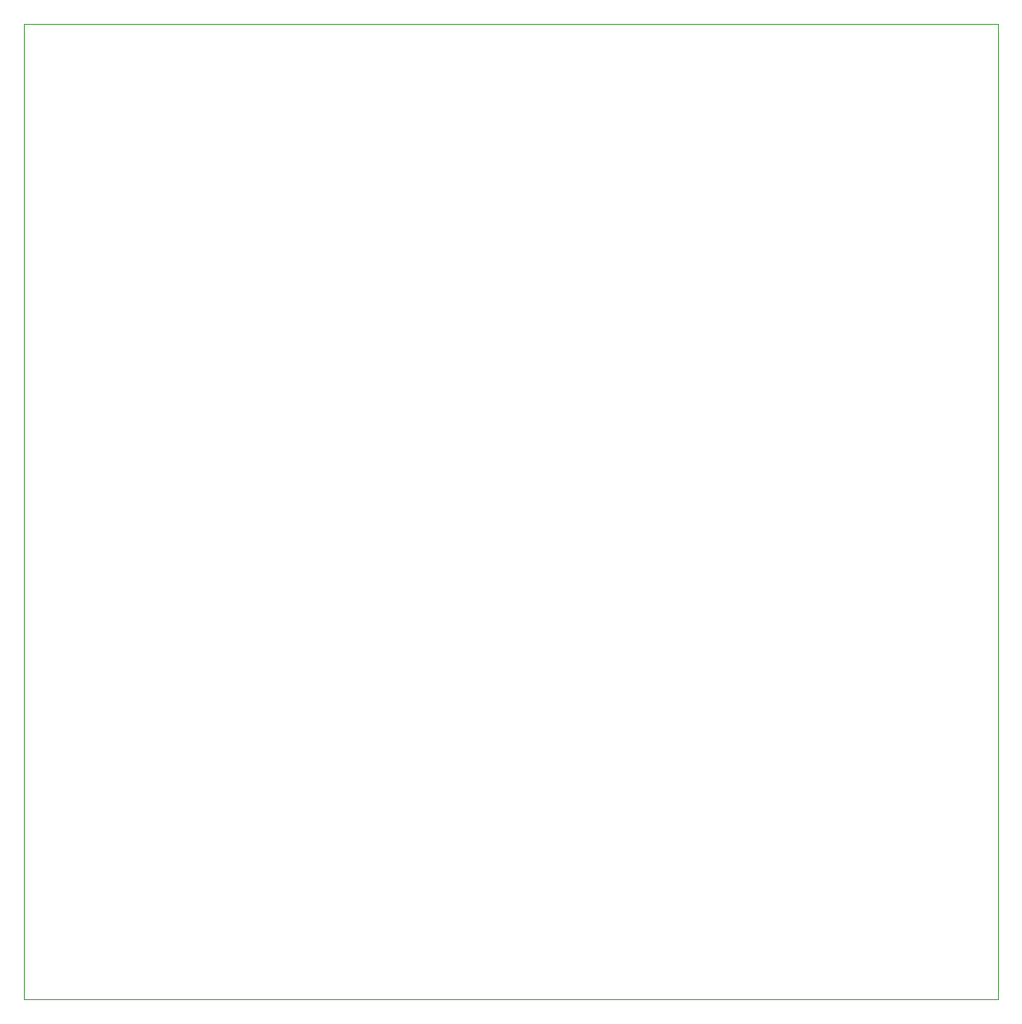
<source format=gko>
%MOIN*%
%OFA0B0*%
%FSLAX44Y44*%
%IPPOS*%
%LPD*%
%ADD10C,0*%
D10*
X00000000Y00000000D02*
X00000000Y00039370D01*
X00000000Y00000000D01*
X00039307Y00039370D02*
X00039307Y00000000D01*
X00039307Y00039370D01*
X00000000Y00039370D01*
X00000000Y00000000D01*
X00039307Y00000000D01*
X00039307Y00039370D01*
M02*
</source>
